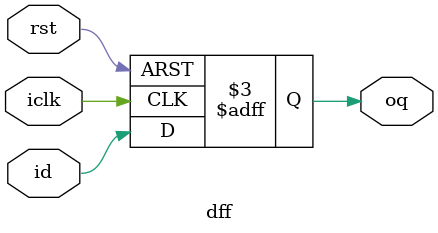
<source format=v>
`timescale 1ns / 1ps
module dff(
    input id,
    input iclk,
    input rst,
    output reg oq
    );
 
always @ (posedge iclk, posedge rst)
    begin
    if (rst == 1)
        oq <= 1'b0;
    else
        oq <= id;    
    end
 
endmodule

</source>
